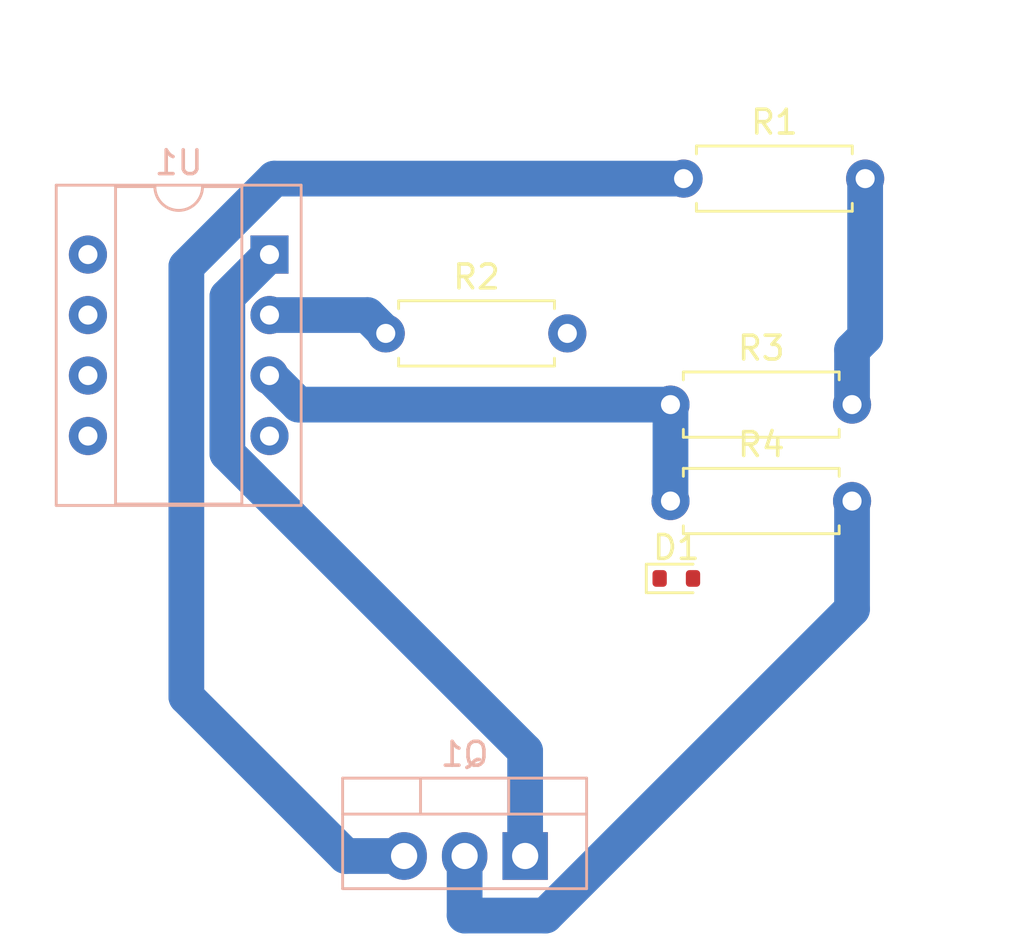
<source format=kicad_pcb>
(kicad_pcb (version 20240108) (generator "pcbnew") (generator_version "8.0")
  (layers (0 "F.Cu" signal) (31 "B.Cu" signal) (34 "B.Paste" user) (35 "F.Paste" user) (36 "B.SilkS" user "B.Silkscreen") (37 "F.SilkS" user "F.Silkscreen") (38 "B.Mask" user) (39 "F.Mask" user) (44 "Edge.Cuts" user))
  (net 0 "")
  (net 1 "Net-(D1-K)")
  (net 3 "VCC")
  (net 4 "Net-(Q1-S)")
  (net 5 "Net-(Q1-G)")
  (net 6 "GND")
  (net 8 "Net-(U1A-+)")
  (footprint "Resistor_THT:R_Axial_DIN0207_L6.3mm_D2.5mm_P7.62mm_Horizontal" (layer "F.Cu") (at 41.14 41.49)
    (property "Reference" "R3" (at 3.81 -2.37 0) (layer "F.SilkS"))
    (property "Value" "R")
    (fp_line (start 0.54 -1.37) (end 7.08 -1.37) (stroke (width 0.12)) (layer "F.SilkS"))
    (fp_line (start 0.54 -1.04) (end 0.54 -1.37) (stroke (width 0.12)) (layer "F.SilkS"))
    (fp_line (start 0.54 1.04) (end 0.54 1.37) (stroke (width 0.12)) (layer "F.SilkS"))
    (fp_line (start 0.54 1.37) (end 7.08 1.37) (stroke (width 0.12)) (layer "F.SilkS"))
    (fp_line (start 7.08 -1.37) (end 7.08 -1.04) (stroke (width 0.12)) (layer "F.SilkS"))
    (fp_line (start 7.08 1.37) (end 7.08 1.04) (stroke (width 0.12)) (layer "F.SilkS"))
    (pad "1" thru_hole circle (at 0 0) (size 1.6 1.6) (drill 0.8) (layers "*.Cu" "*.Mask") (net 8 "Net-(U1A-+)"))
    (pad "2" thru_hole oval (at 7.62 0) (size 1.6 1.6) (drill 0.8) (layers "*.Cu" "*.Mask") (net 6 "GND"))
  )
  (footprint "Resistor_THT:R_Axial_DIN0207_L6.3mm_D2.5mm_P7.62mm_Horizontal" (layer "F.Cu") (at 41.14 45.54)
    (property "Reference" "R4" (at 3.81 -2.37 0) (layer "F.SilkS"))
    (property "Value" "R")
    (fp_line (start 0.54 -1.37) (end 7.08 -1.37) (stroke (width 0.12)) (layer "F.SilkS"))
    (fp_line (start 0.54 -1.04) (end 0.54 -1.37) (stroke (width 0.12)) (layer "F.SilkS"))
    (fp_line (start 0.54 1.04) (end 0.54 1.37) (stroke (width 0.12)) (layer "F.SilkS"))
    (fp_line (start 0.54 1.37) (end 7.08 1.37) (stroke (width 0.12)) (layer "F.SilkS"))
    (fp_line (start 7.08 -1.37) (end 7.08 -1.04) (stroke (width 0.12)) (layer "F.SilkS"))
    (fp_line (start 7.08 1.37) (end 7.08 1.04) (stroke (width 0.12)) (layer "F.SilkS"))
    (pad "1" thru_hole circle (at 0 0) (size 1.6 1.6) (drill 0.8) (layers "*.Cu" "*.Mask") (net 8 "Net-(U1A-+)"))
    (pad "2" thru_hole oval (at 7.62 0) (size 1.6 1.6) (drill 0.8) (layers "*.Cu" "*.Mask") (net 3 "VCC"))
  )
  (footprint "Resistor_THT:R_Axial_DIN0207_L6.3mm_D2.5mm_P7.62mm_Horizontal" (layer "F.Cu") (at 29.19 38.5)
    (property "Reference" "R2" (at 3.81 -2.37 0) (layer "F.SilkS"))
    (property "Value" "R")
    (fp_line (start 0.54 -1.37) (end 7.08 -1.37) (stroke (width 0.12)) (layer "F.SilkS"))
    (fp_line (start 0.54 -1.04) (end 0.54 -1.37) (stroke (width 0.12)) (layer "F.SilkS"))
    (fp_line (start 0.54 1.04) (end 0.54 1.37) (stroke (width 0.12)) (layer "F.SilkS"))
    (fp_line (start 0.54 1.37) (end 7.08 1.37) (stroke (width 0.12)) (layer "F.SilkS"))
    (fp_line (start 7.08 -1.37) (end 7.08 -1.04) (stroke (width 0.12)) (layer "F.SilkS"))
    (fp_line (start 7.08 1.37) (end 7.08 1.04) (stroke (width 0.12)) (layer "F.SilkS"))
    (pad "1" thru_hole circle (at 0 0) (size 1.6 1.6) (drill 0.8) (layers "*.Cu" "*.Mask") (net 1 "Net-(D1-K)"))
    (pad "2" thru_hole oval (at 7.62 0) (size 1.6 1.6) (drill 0.8) (layers "*.Cu" "*.Mask"))
  )
  (footprint "Resistor_THT:R_Axial_DIN0207_L6.3mm_D2.5mm_P7.62mm_Horizontal" (layer "F.Cu") (at 41.69 32)
    (property "Reference" "R1" (at 3.81 -2.37 0) (layer "F.SilkS"))
    (property "Value" "R")
    (fp_line (start 0.54 -1.37) (end 7.08 -1.37) (stroke (width 0.12)) (layer "F.SilkS"))
    (fp_line (start 0.54 -1.04) (end 0.54 -1.37) (stroke (width 0.12)) (layer "F.SilkS"))
    (fp_line (start 0.54 1.04) (end 0.54 1.37) (stroke (width 0.12)) (layer "F.SilkS"))
    (fp_line (start 0.54 1.37) (end 7.08 1.37) (stroke (width 0.12)) (layer "F.SilkS"))
    (fp_line (start 7.08 -1.37) (end 7.08 -1.04) (stroke (width 0.12)) (layer "F.SilkS"))
    (fp_line (start 7.08 1.37) (end 7.08 1.04) (stroke (width 0.12)) (layer "F.SilkS"))
    (pad "1" thru_hole circle (at 0 0) (size 1.6 1.6) (drill 0.8) (layers "*.Cu" "*.Mask") (net 4 "Net-(Q1-S)"))
    (pad "2" thru_hole oval (at 7.62 0) (size 1.6 1.6) (drill 0.8) (layers "*.Cu" "*.Mask") (net 6 "GND"))
  )
  (footprint "Diode_SMD:D_SOD-523" (layer "F.Cu") (at 41.385 48.79)
    (property "Reference" "D1" (at 0 -1.3 0) (layer "F.SilkS"))
    (property "Value" "1N4148WT")
    (fp_line (start -1.26 -0.6) (end -1.26 0.6) (stroke (width 0.12)) (layer "F.SilkS"))
    (fp_line (start 0.7 -0.6) (end -1.26 -0.6) (stroke (width 0.12)) (layer "F.SilkS"))
    (fp_line (start 0.7 0.6) (end -1.26 0.6) (stroke (width 0.12)) (layer "F.SilkS"))
    (pad "1" smd roundrect (at -0.7 0 180) (size 0.6 0.7) (layers "F.Cu" "F.Paste" "F.Mask") (net 1 "Net-(D1-K)"))
    (pad "2" smd roundrect (at 0.7 0 180) (size 0.6 0.7) (layers "F.Cu" "F.Paste" "F.Mask"))
  )
  (footprint "Package_TO_SOT_THT:TO-220-3_Vertical" (layer "B.Cu") (at 35.04 60.445 180)
    (property "Reference" "Q1" (at 2.54 4.27 0) (layer "B.SilkS") (effects (justify mirror)))
    (property "Value" "IRF540N")
    (fp_line (start 7.66 3.27) (end -2.58 3.27) (stroke (width 0.12)) (layer "B.SilkS"))
    (fp_line (start 7.66 1.76) (end -2.58 1.76) (stroke (width 0.12)) (layer "B.SilkS"))
    (fp_line (start 7.66 -1.371) (end 7.66 3.27) (stroke (width 0.12)) (layer "B.SilkS"))
    (fp_line (start 7.66 -1.371) (end -2.58 -1.371) (stroke (width 0.12)) (layer "B.SilkS"))
    (fp_line (start 4.391 1.76) (end 4.391 3.27) (stroke (width 0.12)) (layer "B.SilkS"))
    (fp_line (start 0.69 1.76) (end 0.69 3.27) (stroke (width 0.12)) (layer "B.SilkS"))
    (fp_line (start -2.58 -1.371) (end -2.58 3.27) (stroke (width 0.12)) (layer "B.SilkS"))
    (pad "1" thru_hole rect (at 0 0 180) (size 1.905 2) (drill 1.1) (layers "*.Cu" "*.Mask") (net 5 "Net-(Q1-G)"))
    (pad "2" thru_hole oval (at 2.54 0 180) (size 1.905 2) (drill 1.1) (layers "*.Cu" "*.Mask") (net 3 "VCC"))
    (pad "3" thru_hole oval (at 5.08 0 180) (size 1.905 2) (drill 1.1) (layers "*.Cu" "*.Mask") (net 4 "Net-(Q1-S)"))
  )
  (footprint "Package_DIP:CERDIP-8_W7.62mm_SideBrazed_Socket" (layer "B.Cu") (at 24.31 35.19 180)
    (property "Reference" "U1" (at 3.81 3.855 0) (layer "B.SilkS") (effects (justify mirror)))
    (property "Value" "MCP6002-xP")
    (fp_line (start 8.95 2.915) (end 8.95 -10.535) (stroke (width 0.12)) (layer "B.SilkS"))
    (fp_line (start 8.95 -10.535) (end -1.33 -10.535) (stroke (width 0.12)) (layer "B.SilkS"))
    (fp_line (start 6.46 2.855) (end 6.46 -10.475) (stroke (width 0.12)) (layer "B.SilkS"))
    (fp_line (start 6.46 -10.475) (end 1.16 -10.475) (stroke (width 0.12)) (layer "B.SilkS"))
    (fp_line (start 4.81 2.855) (end 6.46 2.855) (stroke (width 0.12)) (layer "B.SilkS"))
    (fp_line (start 1.16 2.855) (end 2.81 2.855) (stroke (width 0.12)) (layer "B.SilkS"))
    (fp_line (start 1.16 -10.475) (end 1.16 2.855) (stroke (width 0.12)) (layer "B.SilkS"))
    (fp_line (start -1.33 2.915) (end 8.95 2.915) (stroke (width 0.12)) (layer "B.SilkS"))
    (fp_line (start -1.33 -10.535) (end -1.33 2.915) (stroke (width 0.12)) (layer "B.SilkS"))
    (fp_arc (start 2.81 2.855) (mid 3.81 1.855) (end 4.81 2.855) (stroke (width 0.12)) (layer "B.SilkS"))
    (pad "1" thru_hole rect (at 0 0 180) (size 1.6 1.6) (drill 0.8) (layers "*.Cu" "*.Mask") (net 5 "Net-(Q1-G)"))
    (pad "2" thru_hole circle (at 0 -2.54 180) (size 1.6 1.6) (drill 0.8) (layers "*.Cu" "*.Mask") (net 1 "Net-(D1-K)"))
    (pad "3" thru_hole circle (at 0 -5.08 180) (size 1.6 1.6) (drill 0.8) (layers "*.Cu" "*.Mask") (net 8 "Net-(U1A-+)"))
    (pad "4" thru_hole circle (at 0 -7.62 180) (size 1.6 1.6) (drill 0.8) (layers "*.Cu" "*.Mask"))
    (pad "5" thru_hole circle (at 7.62 -7.62 180) (size 1.6 1.6) (drill 0.8) (layers "*.Cu" "*.Mask"))
    (pad "6" thru_hole circle (at 7.62 -5.08 180) (size 1.6 1.6) (drill 0.8) (layers "*.Cu" "*.Mask"))
    (pad "7" thru_hole circle (at 7.62 -2.54 180) (size 1.6 1.6) (drill 0.8) (layers "*.Cu" "*.Mask"))
    (pad "8" thru_hole circle (at 7.62 0 180) (size 1.6 1.6) (drill 0.8) (layers "*.Cu" "*.Mask"))
  )
  (segment (start 24.31 37.73) (end 28.42 37.73) (width 1.5) (layer "B.Cu") (net 1))
  (segment (start 28.42 37.73) (end 29.19 38.5) (width 1.5) (layer "B.Cu") (net 1))
  (segment (start 48.76 50.0786) (end 48.76 45.54) (width 1.5) (layer "B.Cu") (net 3))
  (segment (start 35.8936 62.945) (end 48.76 50.0786) (width 1.5) (layer "B.Cu") (net 3))
  (segment (start 32.5 60.445) (end 32.5 62.945) (width 1.5) (layer "B.Cu") (net 3))
  (segment (start 32.5 62.945) (end 35.8936 62.945) (width 1.5) (layer "B.Cu") (net 3))
  (segment (start 41.69 32) (end 24.5116 32) (width 1.5) (layer "B.Cu") (net 4))
  (segment (start 24.5116 32) (end 20.8215 35.6901) (width 1.5) (layer "B.Cu") (net 4))
  (segment (start 20.8215 35.6901) (end 20.8215 53.759) (width 1.5) (layer "B.Cu") (net 4))
  (segment (start 29.96 60.445) (end 27.5075 60.445) (width 1.5) (layer "B.Cu") (net 4))
  (segment (start 20.8215 53.759) (end 27.5075 60.445) (width 1.5) (layer "B.Cu") (net 4))
  (segment (start 22.5421 43.5409) (end 22.5421 36.9579) (width 1.5) (layer "B.Cu") (net 5))
  (segment (start 22.5421 36.9579) (end 24.31 35.19) (width 1.5) (layer "B.Cu") (net 5))
  (segment (start 35.04 60.445) (end 35.04 56.0388) (width 1.5) (layer "B.Cu") (net 5))
  (segment (start 35.04 56.0388) (end 22.5421 43.5409) (width 1.5) (layer "B.Cu") (net 5))
  (segment (start 49.31 38.64) (end 48.76 39.19) (width 1.5) (layer "B.Cu") (net 6))
  (segment (start 49.31 32) (end 49.31 38.64) (width 1.5) (layer "B.Cu") (net 6))
  (segment (start 48.76 41.49) (end 48.76 39.19) (width 1.5) (layer "B.Cu") (net 6))
  (segment (start 41.14 45.54) (end 41.14 41.49) (width 1.5) (layer "B.Cu") (net 8))
  (segment (start 41.14 41.49) (end 25.53 41.49) (width 1.5) (layer "B.Cu") (net 8))
  (segment (start 25.53 41.49) (end 24.31 40.27) (width 1.5) (layer "B.Cu") (net 8))
)
</source>
